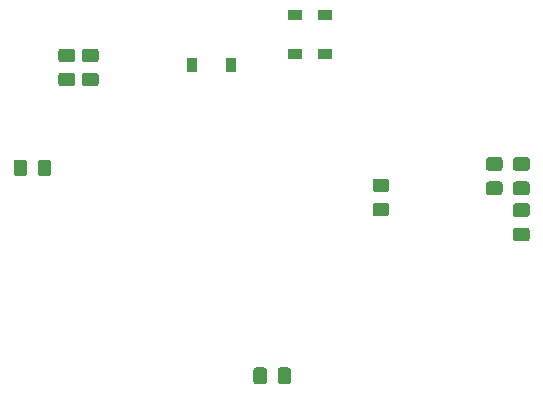
<source format=gbr>
G04 #@! TF.GenerationSoftware,KiCad,Pcbnew,(5.1.5)-3*
G04 #@! TF.CreationDate,2020-02-22T22:04:57-05:00*
G04 #@! TF.ProjectId,Semiparametric-EQ,53656d69-7061-4726-916d-65747269632d,rev?*
G04 #@! TF.SameCoordinates,Original*
G04 #@! TF.FileFunction,Paste,Top*
G04 #@! TF.FilePolarity,Positive*
%FSLAX46Y46*%
G04 Gerber Fmt 4.6, Leading zero omitted, Abs format (unit mm)*
G04 Created by KiCad (PCBNEW (5.1.5)-3) date 2020-02-22 22:04:57*
%MOMM*%
%LPD*%
G04 APERTURE LIST*
%ADD10C,0.100000*%
%ADD11R,1.200000X0.900000*%
%ADD12R,0.900000X1.200000*%
G04 APERTURE END LIST*
D10*
G36*
X21974505Y30298796D02*
G01*
X21998773Y30295196D01*
X22022572Y30289235D01*
X22045671Y30280970D01*
X22067850Y30270480D01*
X22088893Y30257868D01*
X22108599Y30243253D01*
X22126777Y30226777D01*
X22143253Y30208599D01*
X22157868Y30188893D01*
X22170480Y30167850D01*
X22180970Y30145671D01*
X22189235Y30122572D01*
X22195196Y30098773D01*
X22198796Y30074505D01*
X22200000Y30050001D01*
X22200000Y29399999D01*
X22198796Y29375495D01*
X22195196Y29351227D01*
X22189235Y29327428D01*
X22180970Y29304329D01*
X22170480Y29282150D01*
X22157868Y29261107D01*
X22143253Y29241401D01*
X22126777Y29223223D01*
X22108599Y29206747D01*
X22088893Y29192132D01*
X22067850Y29179520D01*
X22045671Y29169030D01*
X22022572Y29160765D01*
X21998773Y29154804D01*
X21974505Y29151204D01*
X21950001Y29150000D01*
X21049999Y29150000D01*
X21025495Y29151204D01*
X21001227Y29154804D01*
X20977428Y29160765D01*
X20954329Y29169030D01*
X20932150Y29179520D01*
X20911107Y29192132D01*
X20891401Y29206747D01*
X20873223Y29223223D01*
X20856747Y29241401D01*
X20842132Y29261107D01*
X20829520Y29282150D01*
X20819030Y29304329D01*
X20810765Y29327428D01*
X20804804Y29351227D01*
X20801204Y29375495D01*
X20800000Y29399999D01*
X20800000Y30050001D01*
X20801204Y30074505D01*
X20804804Y30098773D01*
X20810765Y30122572D01*
X20819030Y30145671D01*
X20829520Y30167850D01*
X20842132Y30188893D01*
X20856747Y30208599D01*
X20873223Y30226777D01*
X20891401Y30243253D01*
X20911107Y30257868D01*
X20932150Y30270480D01*
X20954329Y30280970D01*
X20977428Y30289235D01*
X21001227Y30295196D01*
X21025495Y30298796D01*
X21049999Y30300000D01*
X21950001Y30300000D01*
X21974505Y30298796D01*
G37*
G36*
X21974505Y28248796D02*
G01*
X21998773Y28245196D01*
X22022572Y28239235D01*
X22045671Y28230970D01*
X22067850Y28220480D01*
X22088893Y28207868D01*
X22108599Y28193253D01*
X22126777Y28176777D01*
X22143253Y28158599D01*
X22157868Y28138893D01*
X22170480Y28117850D01*
X22180970Y28095671D01*
X22189235Y28072572D01*
X22195196Y28048773D01*
X22198796Y28024505D01*
X22200000Y28000001D01*
X22200000Y27349999D01*
X22198796Y27325495D01*
X22195196Y27301227D01*
X22189235Y27277428D01*
X22180970Y27254329D01*
X22170480Y27232150D01*
X22157868Y27211107D01*
X22143253Y27191401D01*
X22126777Y27173223D01*
X22108599Y27156747D01*
X22088893Y27142132D01*
X22067850Y27129520D01*
X22045671Y27119030D01*
X22022572Y27110765D01*
X21998773Y27104804D01*
X21974505Y27101204D01*
X21950001Y27100000D01*
X21049999Y27100000D01*
X21025495Y27101204D01*
X21001227Y27104804D01*
X20977428Y27110765D01*
X20954329Y27119030D01*
X20932150Y27129520D01*
X20911107Y27142132D01*
X20891401Y27156747D01*
X20873223Y27173223D01*
X20856747Y27191401D01*
X20842132Y27211107D01*
X20829520Y27232150D01*
X20819030Y27254329D01*
X20810765Y27277428D01*
X20804804Y27301227D01*
X20801204Y27325495D01*
X20800000Y27349999D01*
X20800000Y28000001D01*
X20801204Y28024505D01*
X20804804Y28048773D01*
X20810765Y28072572D01*
X20819030Y28095671D01*
X20829520Y28117850D01*
X20842132Y28138893D01*
X20856747Y28158599D01*
X20873223Y28176777D01*
X20891401Y28193253D01*
X20911107Y28207868D01*
X20932150Y28220480D01*
X20954329Y28230970D01*
X20977428Y28239235D01*
X21001227Y28245196D01*
X21025495Y28248796D01*
X21049999Y28250000D01*
X21950001Y28250000D01*
X21974505Y28248796D01*
G37*
G36*
X19974505Y30298796D02*
G01*
X19998773Y30295196D01*
X20022572Y30289235D01*
X20045671Y30280970D01*
X20067850Y30270480D01*
X20088893Y30257868D01*
X20108599Y30243253D01*
X20126777Y30226777D01*
X20143253Y30208599D01*
X20157868Y30188893D01*
X20170480Y30167850D01*
X20180970Y30145671D01*
X20189235Y30122572D01*
X20195196Y30098773D01*
X20198796Y30074505D01*
X20200000Y30050001D01*
X20200000Y29399999D01*
X20198796Y29375495D01*
X20195196Y29351227D01*
X20189235Y29327428D01*
X20180970Y29304329D01*
X20170480Y29282150D01*
X20157868Y29261107D01*
X20143253Y29241401D01*
X20126777Y29223223D01*
X20108599Y29206747D01*
X20088893Y29192132D01*
X20067850Y29179520D01*
X20045671Y29169030D01*
X20022572Y29160765D01*
X19998773Y29154804D01*
X19974505Y29151204D01*
X19950001Y29150000D01*
X19049999Y29150000D01*
X19025495Y29151204D01*
X19001227Y29154804D01*
X18977428Y29160765D01*
X18954329Y29169030D01*
X18932150Y29179520D01*
X18911107Y29192132D01*
X18891401Y29206747D01*
X18873223Y29223223D01*
X18856747Y29241401D01*
X18842132Y29261107D01*
X18829520Y29282150D01*
X18819030Y29304329D01*
X18810765Y29327428D01*
X18804804Y29351227D01*
X18801204Y29375495D01*
X18800000Y29399999D01*
X18800000Y30050001D01*
X18801204Y30074505D01*
X18804804Y30098773D01*
X18810765Y30122572D01*
X18819030Y30145671D01*
X18829520Y30167850D01*
X18842132Y30188893D01*
X18856747Y30208599D01*
X18873223Y30226777D01*
X18891401Y30243253D01*
X18911107Y30257868D01*
X18932150Y30270480D01*
X18954329Y30280970D01*
X18977428Y30289235D01*
X19001227Y30295196D01*
X19025495Y30298796D01*
X19049999Y30300000D01*
X19950001Y30300000D01*
X19974505Y30298796D01*
G37*
G36*
X19974505Y28248796D02*
G01*
X19998773Y28245196D01*
X20022572Y28239235D01*
X20045671Y28230970D01*
X20067850Y28220480D01*
X20088893Y28207868D01*
X20108599Y28193253D01*
X20126777Y28176777D01*
X20143253Y28158599D01*
X20157868Y28138893D01*
X20170480Y28117850D01*
X20180970Y28095671D01*
X20189235Y28072572D01*
X20195196Y28048773D01*
X20198796Y28024505D01*
X20200000Y28000001D01*
X20200000Y27349999D01*
X20198796Y27325495D01*
X20195196Y27301227D01*
X20189235Y27277428D01*
X20180970Y27254329D01*
X20170480Y27232150D01*
X20157868Y27211107D01*
X20143253Y27191401D01*
X20126777Y27173223D01*
X20108599Y27156747D01*
X20088893Y27142132D01*
X20067850Y27129520D01*
X20045671Y27119030D01*
X20022572Y27110765D01*
X19998773Y27104804D01*
X19974505Y27101204D01*
X19950001Y27100000D01*
X19049999Y27100000D01*
X19025495Y27101204D01*
X19001227Y27104804D01*
X18977428Y27110765D01*
X18954329Y27119030D01*
X18932150Y27129520D01*
X18911107Y27142132D01*
X18891401Y27156747D01*
X18873223Y27173223D01*
X18856747Y27191401D01*
X18842132Y27211107D01*
X18829520Y27232150D01*
X18819030Y27254329D01*
X18810765Y27277428D01*
X18804804Y27301227D01*
X18801204Y27325495D01*
X18800000Y27349999D01*
X18800000Y28000001D01*
X18801204Y28024505D01*
X18804804Y28048773D01*
X18810765Y28072572D01*
X18819030Y28095671D01*
X18829520Y28117850D01*
X18842132Y28138893D01*
X18856747Y28158599D01*
X18873223Y28176777D01*
X18891401Y28193253D01*
X18911107Y28207868D01*
X18932150Y28220480D01*
X18954329Y28230970D01*
X18977428Y28239235D01*
X19001227Y28245196D01*
X19025495Y28248796D01*
X19049999Y28250000D01*
X19950001Y28250000D01*
X19974505Y28248796D01*
G37*
G36*
X15924505Y20898796D02*
G01*
X15948773Y20895196D01*
X15972572Y20889235D01*
X15995671Y20880970D01*
X16017850Y20870480D01*
X16038893Y20857868D01*
X16058599Y20843253D01*
X16076777Y20826777D01*
X16093253Y20808599D01*
X16107868Y20788893D01*
X16120480Y20767850D01*
X16130970Y20745671D01*
X16139235Y20722572D01*
X16145196Y20698773D01*
X16148796Y20674505D01*
X16150000Y20650001D01*
X16150000Y19749999D01*
X16148796Y19725495D01*
X16145196Y19701227D01*
X16139235Y19677428D01*
X16130970Y19654329D01*
X16120480Y19632150D01*
X16107868Y19611107D01*
X16093253Y19591401D01*
X16076777Y19573223D01*
X16058599Y19556747D01*
X16038893Y19542132D01*
X16017850Y19529520D01*
X15995671Y19519030D01*
X15972572Y19510765D01*
X15948773Y19504804D01*
X15924505Y19501204D01*
X15900001Y19500000D01*
X15249999Y19500000D01*
X15225495Y19501204D01*
X15201227Y19504804D01*
X15177428Y19510765D01*
X15154329Y19519030D01*
X15132150Y19529520D01*
X15111107Y19542132D01*
X15091401Y19556747D01*
X15073223Y19573223D01*
X15056747Y19591401D01*
X15042132Y19611107D01*
X15029520Y19632150D01*
X15019030Y19654329D01*
X15010765Y19677428D01*
X15004804Y19701227D01*
X15001204Y19725495D01*
X15000000Y19749999D01*
X15000000Y20650001D01*
X15001204Y20674505D01*
X15004804Y20698773D01*
X15010765Y20722572D01*
X15019030Y20745671D01*
X15029520Y20767850D01*
X15042132Y20788893D01*
X15056747Y20808599D01*
X15073223Y20826777D01*
X15091401Y20843253D01*
X15111107Y20857868D01*
X15132150Y20870480D01*
X15154329Y20880970D01*
X15177428Y20889235D01*
X15201227Y20895196D01*
X15225495Y20898796D01*
X15249999Y20900000D01*
X15900001Y20900000D01*
X15924505Y20898796D01*
G37*
G36*
X17974505Y20898796D02*
G01*
X17998773Y20895196D01*
X18022572Y20889235D01*
X18045671Y20880970D01*
X18067850Y20870480D01*
X18088893Y20857868D01*
X18108599Y20843253D01*
X18126777Y20826777D01*
X18143253Y20808599D01*
X18157868Y20788893D01*
X18170480Y20767850D01*
X18180970Y20745671D01*
X18189235Y20722572D01*
X18195196Y20698773D01*
X18198796Y20674505D01*
X18200000Y20650001D01*
X18200000Y19749999D01*
X18198796Y19725495D01*
X18195196Y19701227D01*
X18189235Y19677428D01*
X18180970Y19654329D01*
X18170480Y19632150D01*
X18157868Y19611107D01*
X18143253Y19591401D01*
X18126777Y19573223D01*
X18108599Y19556747D01*
X18088893Y19542132D01*
X18067850Y19529520D01*
X18045671Y19519030D01*
X18022572Y19510765D01*
X17998773Y19504804D01*
X17974505Y19501204D01*
X17950001Y19500000D01*
X17299999Y19500000D01*
X17275495Y19501204D01*
X17251227Y19504804D01*
X17227428Y19510765D01*
X17204329Y19519030D01*
X17182150Y19529520D01*
X17161107Y19542132D01*
X17141401Y19556747D01*
X17123223Y19573223D01*
X17106747Y19591401D01*
X17092132Y19611107D01*
X17079520Y19632150D01*
X17069030Y19654329D01*
X17060765Y19677428D01*
X17054804Y19701227D01*
X17051204Y19725495D01*
X17050000Y19749999D01*
X17050000Y20650001D01*
X17051204Y20674505D01*
X17054804Y20698773D01*
X17060765Y20722572D01*
X17069030Y20745671D01*
X17079520Y20767850D01*
X17092132Y20788893D01*
X17106747Y20808599D01*
X17123223Y20826777D01*
X17141401Y20843253D01*
X17161107Y20857868D01*
X17182150Y20870480D01*
X17204329Y20880970D01*
X17227428Y20889235D01*
X17251227Y20895196D01*
X17275495Y20898796D01*
X17299999Y20900000D01*
X17950001Y20900000D01*
X17974505Y20898796D01*
G37*
G36*
X38274505Y3298796D02*
G01*
X38298773Y3295196D01*
X38322572Y3289235D01*
X38345671Y3280970D01*
X38367850Y3270480D01*
X38388893Y3257868D01*
X38408599Y3243253D01*
X38426777Y3226777D01*
X38443253Y3208599D01*
X38457868Y3188893D01*
X38470480Y3167850D01*
X38480970Y3145671D01*
X38489235Y3122572D01*
X38495196Y3098773D01*
X38498796Y3074505D01*
X38500000Y3050001D01*
X38500000Y2149999D01*
X38498796Y2125495D01*
X38495196Y2101227D01*
X38489235Y2077428D01*
X38480970Y2054329D01*
X38470480Y2032150D01*
X38457868Y2011107D01*
X38443253Y1991401D01*
X38426777Y1973223D01*
X38408599Y1956747D01*
X38388893Y1942132D01*
X38367850Y1929520D01*
X38345671Y1919030D01*
X38322572Y1910765D01*
X38298773Y1904804D01*
X38274505Y1901204D01*
X38250001Y1900000D01*
X37599999Y1900000D01*
X37575495Y1901204D01*
X37551227Y1904804D01*
X37527428Y1910765D01*
X37504329Y1919030D01*
X37482150Y1929520D01*
X37461107Y1942132D01*
X37441401Y1956747D01*
X37423223Y1973223D01*
X37406747Y1991401D01*
X37392132Y2011107D01*
X37379520Y2032150D01*
X37369030Y2054329D01*
X37360765Y2077428D01*
X37354804Y2101227D01*
X37351204Y2125495D01*
X37350000Y2149999D01*
X37350000Y3050001D01*
X37351204Y3074505D01*
X37354804Y3098773D01*
X37360765Y3122572D01*
X37369030Y3145671D01*
X37379520Y3167850D01*
X37392132Y3188893D01*
X37406747Y3208599D01*
X37423223Y3226777D01*
X37441401Y3243253D01*
X37461107Y3257868D01*
X37482150Y3270480D01*
X37504329Y3280970D01*
X37527428Y3289235D01*
X37551227Y3295196D01*
X37575495Y3298796D01*
X37599999Y3300000D01*
X38250001Y3300000D01*
X38274505Y3298796D01*
G37*
G36*
X36224505Y3298796D02*
G01*
X36248773Y3295196D01*
X36272572Y3289235D01*
X36295671Y3280970D01*
X36317850Y3270480D01*
X36338893Y3257868D01*
X36358599Y3243253D01*
X36376777Y3226777D01*
X36393253Y3208599D01*
X36407868Y3188893D01*
X36420480Y3167850D01*
X36430970Y3145671D01*
X36439235Y3122572D01*
X36445196Y3098773D01*
X36448796Y3074505D01*
X36450000Y3050001D01*
X36450000Y2149999D01*
X36448796Y2125495D01*
X36445196Y2101227D01*
X36439235Y2077428D01*
X36430970Y2054329D01*
X36420480Y2032150D01*
X36407868Y2011107D01*
X36393253Y1991401D01*
X36376777Y1973223D01*
X36358599Y1956747D01*
X36338893Y1942132D01*
X36317850Y1929520D01*
X36295671Y1919030D01*
X36272572Y1910765D01*
X36248773Y1904804D01*
X36224505Y1901204D01*
X36200001Y1900000D01*
X35549999Y1900000D01*
X35525495Y1901204D01*
X35501227Y1904804D01*
X35477428Y1910765D01*
X35454329Y1919030D01*
X35432150Y1929520D01*
X35411107Y1942132D01*
X35391401Y1956747D01*
X35373223Y1973223D01*
X35356747Y1991401D01*
X35342132Y2011107D01*
X35329520Y2032150D01*
X35319030Y2054329D01*
X35310765Y2077428D01*
X35304804Y2101227D01*
X35301204Y2125495D01*
X35300000Y2149999D01*
X35300000Y3050001D01*
X35301204Y3074505D01*
X35304804Y3098773D01*
X35310765Y3122572D01*
X35319030Y3145671D01*
X35329520Y3167850D01*
X35342132Y3188893D01*
X35356747Y3208599D01*
X35373223Y3226777D01*
X35391401Y3243253D01*
X35411107Y3257868D01*
X35432150Y3270480D01*
X35454329Y3280970D01*
X35477428Y3289235D01*
X35501227Y3295196D01*
X35525495Y3298796D01*
X35549999Y3300000D01*
X36200001Y3300000D01*
X36224505Y3298796D01*
G37*
G36*
X58474505Y15148796D02*
G01*
X58498773Y15145196D01*
X58522572Y15139235D01*
X58545671Y15130970D01*
X58567850Y15120480D01*
X58588893Y15107868D01*
X58608599Y15093253D01*
X58626777Y15076777D01*
X58643253Y15058599D01*
X58657868Y15038893D01*
X58670480Y15017850D01*
X58680970Y14995671D01*
X58689235Y14972572D01*
X58695196Y14948773D01*
X58698796Y14924505D01*
X58700000Y14900001D01*
X58700000Y14249999D01*
X58698796Y14225495D01*
X58695196Y14201227D01*
X58689235Y14177428D01*
X58680970Y14154329D01*
X58670480Y14132150D01*
X58657868Y14111107D01*
X58643253Y14091401D01*
X58626777Y14073223D01*
X58608599Y14056747D01*
X58588893Y14042132D01*
X58567850Y14029520D01*
X58545671Y14019030D01*
X58522572Y14010765D01*
X58498773Y14004804D01*
X58474505Y14001204D01*
X58450001Y14000000D01*
X57549999Y14000000D01*
X57525495Y14001204D01*
X57501227Y14004804D01*
X57477428Y14010765D01*
X57454329Y14019030D01*
X57432150Y14029520D01*
X57411107Y14042132D01*
X57391401Y14056747D01*
X57373223Y14073223D01*
X57356747Y14091401D01*
X57342132Y14111107D01*
X57329520Y14132150D01*
X57319030Y14154329D01*
X57310765Y14177428D01*
X57304804Y14201227D01*
X57301204Y14225495D01*
X57300000Y14249999D01*
X57300000Y14900001D01*
X57301204Y14924505D01*
X57304804Y14948773D01*
X57310765Y14972572D01*
X57319030Y14995671D01*
X57329520Y15017850D01*
X57342132Y15038893D01*
X57356747Y15058599D01*
X57373223Y15076777D01*
X57391401Y15093253D01*
X57411107Y15107868D01*
X57432150Y15120480D01*
X57454329Y15130970D01*
X57477428Y15139235D01*
X57501227Y15145196D01*
X57525495Y15148796D01*
X57549999Y15150000D01*
X58450001Y15150000D01*
X58474505Y15148796D01*
G37*
G36*
X58474505Y17198796D02*
G01*
X58498773Y17195196D01*
X58522572Y17189235D01*
X58545671Y17180970D01*
X58567850Y17170480D01*
X58588893Y17157868D01*
X58608599Y17143253D01*
X58626777Y17126777D01*
X58643253Y17108599D01*
X58657868Y17088893D01*
X58670480Y17067850D01*
X58680970Y17045671D01*
X58689235Y17022572D01*
X58695196Y16998773D01*
X58698796Y16974505D01*
X58700000Y16950001D01*
X58700000Y16299999D01*
X58698796Y16275495D01*
X58695196Y16251227D01*
X58689235Y16227428D01*
X58680970Y16204329D01*
X58670480Y16182150D01*
X58657868Y16161107D01*
X58643253Y16141401D01*
X58626777Y16123223D01*
X58608599Y16106747D01*
X58588893Y16092132D01*
X58567850Y16079520D01*
X58545671Y16069030D01*
X58522572Y16060765D01*
X58498773Y16054804D01*
X58474505Y16051204D01*
X58450001Y16050000D01*
X57549999Y16050000D01*
X57525495Y16051204D01*
X57501227Y16054804D01*
X57477428Y16060765D01*
X57454329Y16069030D01*
X57432150Y16079520D01*
X57411107Y16092132D01*
X57391401Y16106747D01*
X57373223Y16123223D01*
X57356747Y16141401D01*
X57342132Y16161107D01*
X57329520Y16182150D01*
X57319030Y16204329D01*
X57310765Y16227428D01*
X57304804Y16251227D01*
X57301204Y16275495D01*
X57300000Y16299999D01*
X57300000Y16950001D01*
X57301204Y16974505D01*
X57304804Y16998773D01*
X57310765Y17022572D01*
X57319030Y17045671D01*
X57329520Y17067850D01*
X57342132Y17088893D01*
X57356747Y17108599D01*
X57373223Y17126777D01*
X57391401Y17143253D01*
X57411107Y17157868D01*
X57432150Y17170480D01*
X57454329Y17180970D01*
X57477428Y17189235D01*
X57501227Y17195196D01*
X57525495Y17198796D01*
X57549999Y17200000D01*
X58450001Y17200000D01*
X58474505Y17198796D01*
G37*
G36*
X58474505Y19048796D02*
G01*
X58498773Y19045196D01*
X58522572Y19039235D01*
X58545671Y19030970D01*
X58567850Y19020480D01*
X58588893Y19007868D01*
X58608599Y18993253D01*
X58626777Y18976777D01*
X58643253Y18958599D01*
X58657868Y18938893D01*
X58670480Y18917850D01*
X58680970Y18895671D01*
X58689235Y18872572D01*
X58695196Y18848773D01*
X58698796Y18824505D01*
X58700000Y18800001D01*
X58700000Y18149999D01*
X58698796Y18125495D01*
X58695196Y18101227D01*
X58689235Y18077428D01*
X58680970Y18054329D01*
X58670480Y18032150D01*
X58657868Y18011107D01*
X58643253Y17991401D01*
X58626777Y17973223D01*
X58608599Y17956747D01*
X58588893Y17942132D01*
X58567850Y17929520D01*
X58545671Y17919030D01*
X58522572Y17910765D01*
X58498773Y17904804D01*
X58474505Y17901204D01*
X58450001Y17900000D01*
X57549999Y17900000D01*
X57525495Y17901204D01*
X57501227Y17904804D01*
X57477428Y17910765D01*
X57454329Y17919030D01*
X57432150Y17929520D01*
X57411107Y17942132D01*
X57391401Y17956747D01*
X57373223Y17973223D01*
X57356747Y17991401D01*
X57342132Y18011107D01*
X57329520Y18032150D01*
X57319030Y18054329D01*
X57310765Y18077428D01*
X57304804Y18101227D01*
X57301204Y18125495D01*
X57300000Y18149999D01*
X57300000Y18800001D01*
X57301204Y18824505D01*
X57304804Y18848773D01*
X57310765Y18872572D01*
X57319030Y18895671D01*
X57329520Y18917850D01*
X57342132Y18938893D01*
X57356747Y18958599D01*
X57373223Y18976777D01*
X57391401Y18993253D01*
X57411107Y19007868D01*
X57432150Y19020480D01*
X57454329Y19030970D01*
X57477428Y19039235D01*
X57501227Y19045196D01*
X57525495Y19048796D01*
X57549999Y19050000D01*
X58450001Y19050000D01*
X58474505Y19048796D01*
G37*
G36*
X58474505Y21098796D02*
G01*
X58498773Y21095196D01*
X58522572Y21089235D01*
X58545671Y21080970D01*
X58567850Y21070480D01*
X58588893Y21057868D01*
X58608599Y21043253D01*
X58626777Y21026777D01*
X58643253Y21008599D01*
X58657868Y20988893D01*
X58670480Y20967850D01*
X58680970Y20945671D01*
X58689235Y20922572D01*
X58695196Y20898773D01*
X58698796Y20874505D01*
X58700000Y20850001D01*
X58700000Y20199999D01*
X58698796Y20175495D01*
X58695196Y20151227D01*
X58689235Y20127428D01*
X58680970Y20104329D01*
X58670480Y20082150D01*
X58657868Y20061107D01*
X58643253Y20041401D01*
X58626777Y20023223D01*
X58608599Y20006747D01*
X58588893Y19992132D01*
X58567850Y19979520D01*
X58545671Y19969030D01*
X58522572Y19960765D01*
X58498773Y19954804D01*
X58474505Y19951204D01*
X58450001Y19950000D01*
X57549999Y19950000D01*
X57525495Y19951204D01*
X57501227Y19954804D01*
X57477428Y19960765D01*
X57454329Y19969030D01*
X57432150Y19979520D01*
X57411107Y19992132D01*
X57391401Y20006747D01*
X57373223Y20023223D01*
X57356747Y20041401D01*
X57342132Y20061107D01*
X57329520Y20082150D01*
X57319030Y20104329D01*
X57310765Y20127428D01*
X57304804Y20151227D01*
X57301204Y20175495D01*
X57300000Y20199999D01*
X57300000Y20850001D01*
X57301204Y20874505D01*
X57304804Y20898773D01*
X57310765Y20922572D01*
X57319030Y20945671D01*
X57329520Y20967850D01*
X57342132Y20988893D01*
X57356747Y21008599D01*
X57373223Y21026777D01*
X57391401Y21043253D01*
X57411107Y21057868D01*
X57432150Y21070480D01*
X57454329Y21080970D01*
X57477428Y21089235D01*
X57501227Y21095196D01*
X57525495Y21098796D01*
X57549999Y21100000D01*
X58450001Y21100000D01*
X58474505Y21098796D01*
G37*
G36*
X56174505Y21098796D02*
G01*
X56198773Y21095196D01*
X56222572Y21089235D01*
X56245671Y21080970D01*
X56267850Y21070480D01*
X56288893Y21057868D01*
X56308599Y21043253D01*
X56326777Y21026777D01*
X56343253Y21008599D01*
X56357868Y20988893D01*
X56370480Y20967850D01*
X56380970Y20945671D01*
X56389235Y20922572D01*
X56395196Y20898773D01*
X56398796Y20874505D01*
X56400000Y20850001D01*
X56400000Y20199999D01*
X56398796Y20175495D01*
X56395196Y20151227D01*
X56389235Y20127428D01*
X56380970Y20104329D01*
X56370480Y20082150D01*
X56357868Y20061107D01*
X56343253Y20041401D01*
X56326777Y20023223D01*
X56308599Y20006747D01*
X56288893Y19992132D01*
X56267850Y19979520D01*
X56245671Y19969030D01*
X56222572Y19960765D01*
X56198773Y19954804D01*
X56174505Y19951204D01*
X56150001Y19950000D01*
X55249999Y19950000D01*
X55225495Y19951204D01*
X55201227Y19954804D01*
X55177428Y19960765D01*
X55154329Y19969030D01*
X55132150Y19979520D01*
X55111107Y19992132D01*
X55091401Y20006747D01*
X55073223Y20023223D01*
X55056747Y20041401D01*
X55042132Y20061107D01*
X55029520Y20082150D01*
X55019030Y20104329D01*
X55010765Y20127428D01*
X55004804Y20151227D01*
X55001204Y20175495D01*
X55000000Y20199999D01*
X55000000Y20850001D01*
X55001204Y20874505D01*
X55004804Y20898773D01*
X55010765Y20922572D01*
X55019030Y20945671D01*
X55029520Y20967850D01*
X55042132Y20988893D01*
X55056747Y21008599D01*
X55073223Y21026777D01*
X55091401Y21043253D01*
X55111107Y21057868D01*
X55132150Y21070480D01*
X55154329Y21080970D01*
X55177428Y21089235D01*
X55201227Y21095196D01*
X55225495Y21098796D01*
X55249999Y21100000D01*
X56150001Y21100000D01*
X56174505Y21098796D01*
G37*
G36*
X56174505Y19048796D02*
G01*
X56198773Y19045196D01*
X56222572Y19039235D01*
X56245671Y19030970D01*
X56267850Y19020480D01*
X56288893Y19007868D01*
X56308599Y18993253D01*
X56326777Y18976777D01*
X56343253Y18958599D01*
X56357868Y18938893D01*
X56370480Y18917850D01*
X56380970Y18895671D01*
X56389235Y18872572D01*
X56395196Y18848773D01*
X56398796Y18824505D01*
X56400000Y18800001D01*
X56400000Y18149999D01*
X56398796Y18125495D01*
X56395196Y18101227D01*
X56389235Y18077428D01*
X56380970Y18054329D01*
X56370480Y18032150D01*
X56357868Y18011107D01*
X56343253Y17991401D01*
X56326777Y17973223D01*
X56308599Y17956747D01*
X56288893Y17942132D01*
X56267850Y17929520D01*
X56245671Y17919030D01*
X56222572Y17910765D01*
X56198773Y17904804D01*
X56174505Y17901204D01*
X56150001Y17900000D01*
X55249999Y17900000D01*
X55225495Y17901204D01*
X55201227Y17904804D01*
X55177428Y17910765D01*
X55154329Y17919030D01*
X55132150Y17929520D01*
X55111107Y17942132D01*
X55091401Y17956747D01*
X55073223Y17973223D01*
X55056747Y17991401D01*
X55042132Y18011107D01*
X55029520Y18032150D01*
X55019030Y18054329D01*
X55010765Y18077428D01*
X55004804Y18101227D01*
X55001204Y18125495D01*
X55000000Y18149999D01*
X55000000Y18800001D01*
X55001204Y18824505D01*
X55004804Y18848773D01*
X55010765Y18872572D01*
X55019030Y18895671D01*
X55029520Y18917850D01*
X55042132Y18938893D01*
X55056747Y18958599D01*
X55073223Y18976777D01*
X55091401Y18993253D01*
X55111107Y19007868D01*
X55132150Y19020480D01*
X55154329Y19030970D01*
X55177428Y19039235D01*
X55201227Y19045196D01*
X55225495Y19048796D01*
X55249999Y19050000D01*
X56150001Y19050000D01*
X56174505Y19048796D01*
G37*
G36*
X46574505Y17248796D02*
G01*
X46598773Y17245196D01*
X46622572Y17239235D01*
X46645671Y17230970D01*
X46667850Y17220480D01*
X46688893Y17207868D01*
X46708599Y17193253D01*
X46726777Y17176777D01*
X46743253Y17158599D01*
X46757868Y17138893D01*
X46770480Y17117850D01*
X46780970Y17095671D01*
X46789235Y17072572D01*
X46795196Y17048773D01*
X46798796Y17024505D01*
X46800000Y17000001D01*
X46800000Y16349999D01*
X46798796Y16325495D01*
X46795196Y16301227D01*
X46789235Y16277428D01*
X46780970Y16254329D01*
X46770480Y16232150D01*
X46757868Y16211107D01*
X46743253Y16191401D01*
X46726777Y16173223D01*
X46708599Y16156747D01*
X46688893Y16142132D01*
X46667850Y16129520D01*
X46645671Y16119030D01*
X46622572Y16110765D01*
X46598773Y16104804D01*
X46574505Y16101204D01*
X46550001Y16100000D01*
X45649999Y16100000D01*
X45625495Y16101204D01*
X45601227Y16104804D01*
X45577428Y16110765D01*
X45554329Y16119030D01*
X45532150Y16129520D01*
X45511107Y16142132D01*
X45491401Y16156747D01*
X45473223Y16173223D01*
X45456747Y16191401D01*
X45442132Y16211107D01*
X45429520Y16232150D01*
X45419030Y16254329D01*
X45410765Y16277428D01*
X45404804Y16301227D01*
X45401204Y16325495D01*
X45400000Y16349999D01*
X45400000Y17000001D01*
X45401204Y17024505D01*
X45404804Y17048773D01*
X45410765Y17072572D01*
X45419030Y17095671D01*
X45429520Y17117850D01*
X45442132Y17138893D01*
X45456747Y17158599D01*
X45473223Y17176777D01*
X45491401Y17193253D01*
X45511107Y17207868D01*
X45532150Y17220480D01*
X45554329Y17230970D01*
X45577428Y17239235D01*
X45601227Y17245196D01*
X45625495Y17248796D01*
X45649999Y17250000D01*
X46550001Y17250000D01*
X46574505Y17248796D01*
G37*
G36*
X46574505Y19298796D02*
G01*
X46598773Y19295196D01*
X46622572Y19289235D01*
X46645671Y19280970D01*
X46667850Y19270480D01*
X46688893Y19257868D01*
X46708599Y19243253D01*
X46726777Y19226777D01*
X46743253Y19208599D01*
X46757868Y19188893D01*
X46770480Y19167850D01*
X46780970Y19145671D01*
X46789235Y19122572D01*
X46795196Y19098773D01*
X46798796Y19074505D01*
X46800000Y19050001D01*
X46800000Y18399999D01*
X46798796Y18375495D01*
X46795196Y18351227D01*
X46789235Y18327428D01*
X46780970Y18304329D01*
X46770480Y18282150D01*
X46757868Y18261107D01*
X46743253Y18241401D01*
X46726777Y18223223D01*
X46708599Y18206747D01*
X46688893Y18192132D01*
X46667850Y18179520D01*
X46645671Y18169030D01*
X46622572Y18160765D01*
X46598773Y18154804D01*
X46574505Y18151204D01*
X46550001Y18150000D01*
X45649999Y18150000D01*
X45625495Y18151204D01*
X45601227Y18154804D01*
X45577428Y18160765D01*
X45554329Y18169030D01*
X45532150Y18179520D01*
X45511107Y18192132D01*
X45491401Y18206747D01*
X45473223Y18223223D01*
X45456747Y18241401D01*
X45442132Y18261107D01*
X45429520Y18282150D01*
X45419030Y18304329D01*
X45410765Y18327428D01*
X45404804Y18351227D01*
X45401204Y18375495D01*
X45400000Y18399999D01*
X45400000Y19050001D01*
X45401204Y19074505D01*
X45404804Y19098773D01*
X45410765Y19122572D01*
X45419030Y19145671D01*
X45429520Y19167850D01*
X45442132Y19188893D01*
X45456747Y19208599D01*
X45473223Y19226777D01*
X45491401Y19243253D01*
X45511107Y19257868D01*
X45532150Y19270480D01*
X45554329Y19280970D01*
X45577428Y19289235D01*
X45601227Y19295196D01*
X45625495Y19298796D01*
X45649999Y19300000D01*
X46550001Y19300000D01*
X46574505Y19298796D01*
G37*
D11*
X38800000Y29850000D03*
X38800000Y33150000D03*
D12*
X33450000Y28950000D03*
X30150000Y28950000D03*
D11*
X41400000Y33150000D03*
X41400000Y29850000D03*
M02*

</source>
